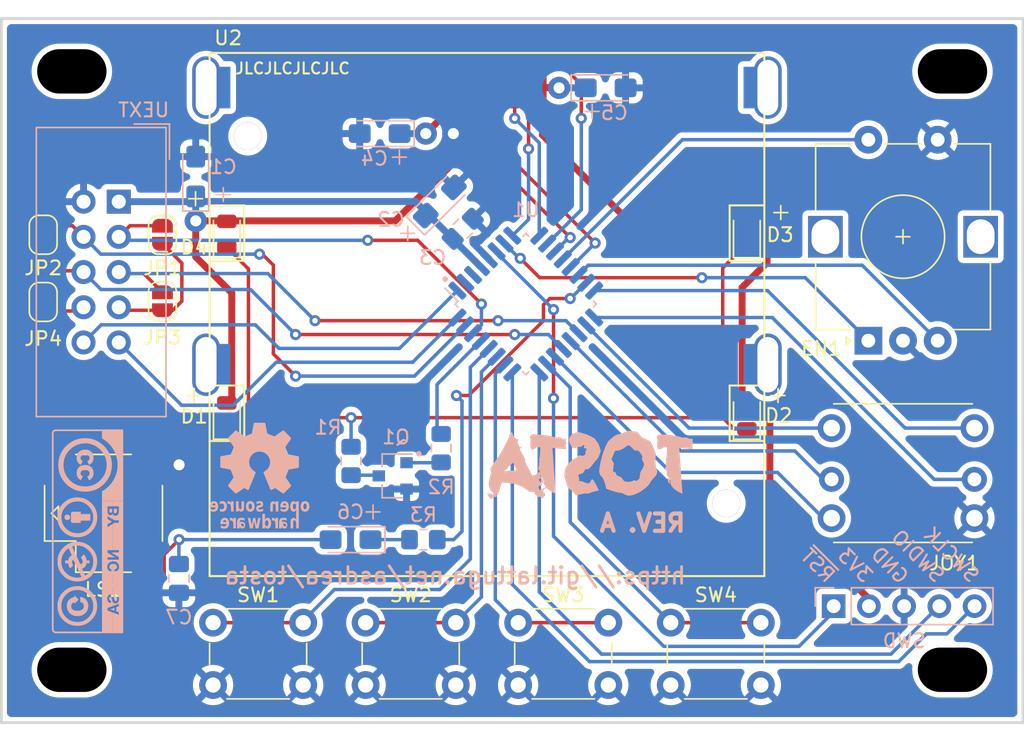
<source format=kicad_pcb>
(kicad_pcb (version 20201116) (generator pcbnew)
  (title_block (title "Tosta") (date "2020-06-03") (rev "A"))
  (layers (0 "F.Cu" signal) (31 "B.Cu" signal) (34 "B.Paste" user) (35 "F.Paste" user) (36 "B.SilkS" user "B.Silkscreen") (37 "F.SilkS" user "F.Silkscreen") (38 "B.Mask" user) (39 "F.Mask" user) (44 "Edge.Cuts" user))
  (net 0 "")
  (net 1 "GND")
  (net 2 "Net-(C6-Pad2)")
  (net 3 "+3V3")
  (net 4 "Net-(D1-Pad1)")
  (net 5 "EN1A")
  (net 6 "EN1B")
  (net 7 "EN1SW")
  (net 8 "Net-(C4-Pad1)")
  (net 9 "~nSSEL2")
  (net 10 "Net-(Q1-Pad1)")
  (net 11 "SW1")
  (net 12 "SW2")
  (net 13 "SW3")
  (net 14 "SW4")
  (net 15 "LCD_~CE")
  (net 16 "LCD_Din")
  (net 17 "LCD_CLK")
  (net 18 "LCD_D~C")
  (net 19 "LCD_~RST")
  (net 20 "Net-(Q1-Pad3)")
  (net 21 "JOY_RX")
  (net 22 "JOY_LX")
  (net 23 "JOY_UP")
  (net 24 "JOY_BT")
  (net 25 "JOY_DN")
  (net 26 "Net-(R2-Pad1)")
  (net 27 "SCK2")
  (net 28 "Net-(R3-Pad1)")
  (net 29 "Net-(J1-Pad8)")
  (net 30 "Net-(J1-Pad7)")
  (net 31 "SDA{slash}MOSI2")
  (net 32 "SCL{slash}MISO2")
  (net 33 "RXD{slash}MOSI2")
  (net 34 "TXD{slash}MISO2")
  (net 35 "SWCLK")
  (net 36 "SWDIO")
  (net 37 "~nRST")
  (net 38 "Net-(C6-Pad1)")
  (footprint "Tosta:LPH7366" (layer "F.Cu") (at 82.473864 49.94)
    (fp_text reference "U2" (at -18.663864 -1.08) (layer "F.SilkS"))
    (fp_text value "LPH7366")
    (pad "" thru_hole oval (at 20.25 22.5) (size 2 4.5) (drill oval 1.5 4) (layers "B.Cu" "B.Mask"))
    (pad "" smd rect (at -19 22.5) (size 1 3) (layers "B.Cu" "B.Mask"))
    (pad "" thru_hole oval (at -20.25 2.5) (size 2 4.5) (drill oval 1.5 4) (layers "B.Cu" "B.Mask"))
    (pad "" thru_hole oval (at 20.25 2.5) (size 2 4.5) (drill oval 1.5 4) (layers "B.Cu" "B.Mask"))
    (pad "" smd rect (at 19 2.5) (size 1 3) (layers "B.Cu" "B.Mask"))
    (pad "" thru_hole circle (at -17.25 6) (size 2 2) (drill 2) (layers *.Cu))
    (pad "" thru_hole oval (at -20.25 22.5) (size 2 4.5) (drill oval 1.5 4) (layers "B.Cu" "B.Mask"))
    (pad "" smd rect (at 19 22.5) (size 1 3) (layers "B.Cu" "B.Mask"))
    (pad "" thru_hole circle (at 17.25 32.5) (size 2 2) (drill 2) (layers *.Cu))
    (pad "" smd rect (at -19 2.5) (size 1 3) (layers "B.Cu" "B.Mask"))
    (pad "1" smd rect (at -4 2.5) (size 0.6 3) (layers "F.Cu" "F.Mask") (net 19 "LCD_~RST"))
    (pad "2" smd rect (at -3 2.5) (size 0.6 3) (layers "F.Cu" "F.Mask") (net 8 "Net-(C4-Pad1)"))
    (pad "3" smd rect (at -2 2.5) (size 0.6 3) (layers "F.Cu" "F.Mask") (net 1 "GND"))
    (pad "4" smd rect (at -1 2.5) (size 0.6 3) (layers "F.Cu" "F.Mask") (net 3 "+3V3"))
    (pad "5" smd rect (at 0 2.5) (size 0.6 3) (layers "F.Cu" "F.Mask") (net 15 "LCD_~CE"))
    (pad "6" smd rect (at 1 2.5) (size 0.6 3) (layers "F.Cu" "F.Mask") (net 18 "LCD_D~C"))
    (pad "7" smd rect (at 2 2.5) (size 0.6 3) (layers "F.Cu" "F.Mask") (net 16 "LCD_Din"))
    (pad "8" smd rect (at 3 2.5) (size 0.6 3) (layers "F.Cu" "F.Mask") (net 17 "LCD_CLK"))
    (pad "9" smd rect (at 4 2.5) (size 0.6 3) (layers "F.Cu" "F.Mask") (net 3 "+3V3"))
  )
  (footprint "LED_SMD:LED_0805_2012Metric" (layer "F.Cu") (at 101.213864 63.0295 90)
    (fp_text reference "D3" (at -0.0305 2.396136 180) (layer "F.SilkS"))
    (fp_text value "LED_ALT")
    (pad "1" smd roundrect (at -0.9375 0 90) (size 0.975 1.4) (layers "F.Cu" "F.Paste" "F.Mask") (net 4 "Net-(D1-Pad1)"))
    (pad "2" smd roundrect (at 0.9375 0 90) (size 0.975 1.4) (layers "F.Cu" "F.Paste" "F.Mask") (net 3 "+3V3"))
  )
  (footprint "LED_SMD:LED_0805_2012Metric" (layer "F.Cu") (at 101.213864 76.1295 90)
    (fp_text reference "D2" (at 0.0195 2.296136 180) (layer "F.SilkS"))
    (fp_text value "LED_ALT")
    (pad "1" smd roundrect (at -0.9375 0 90) (size 0.975 1.4) (layers "F.Cu" "F.Paste" "F.Mask") (net 4 "Net-(D1-Pad1)"))
    (pad "2" smd roundrect (at 0.9375 0 90) (size 0.975 1.4) (layers "F.Cu" "F.Paste" "F.Mask") (net 3 "+3V3"))
  )
  (footprint "LED_SMD:LED_0805_2012Metric" (layer "F.Cu") (at 63.713864 76.1295 90)
    (fp_text reference "D1" (at -0.0305 -2.353864 180) (layer "F.SilkS"))
    (fp_text value "LED_ALT")
    (pad "1" smd roundrect (at -0.9375 0 90) (size 0.975 1.4) (layers "F.Cu" "F.Paste" "F.Mask") (net 4 "Net-(D1-Pad1)"))
    (pad "2" smd roundrect (at 0.9375 0 90) (size 0.975 1.4) (layers "F.Cu" "F.Paste" "F.Mask") (net 3 "+3V3"))
  )
  (footprint "LED_SMD:LED_0805_2012Metric" (layer "F.Cu") (at 63.713864 63.0295 90)
    (fp_text reference "D4" (at -0.9305 -2.353864 180) (layer "F.SilkS"))
    (fp_text value "LED_ALT")
    (pad "1" smd roundrect (at -0.9375 0 90) (size 0.975 1.4) (layers "F.Cu" "F.Paste" "F.Mask") (net 4 "Net-(D1-Pad1)"))
    (pad "2" smd roundrect (at 0.9375 0 90) (size 0.975 1.4) (layers "F.Cu" "F.Paste" "F.Mask") (net 3 "+3V3"))
  )
  (footprint "Button_Switch_THT:SW_PUSH_6mm_H4.3mm" (layer "F.Cu") (at 62.723864 91.05)
    (fp_text reference "SW1" (at 3.25 -2) (layer "F.SilkS"))
    (fp_text value "SW_Push")
    (pad "1" thru_hole circle (at 6.5 0 90) (size 2 2) (drill 1.1) (layers *.Cu *.Mask) (net 11 "SW1"))
    (pad "1" thru_hole circle (at 0 0 90) (size 2 2) (drill 1.1) (layers *.Cu *.Mask) (net 11 "SW1"))
    (pad "2" thru_hole circle (at 6.5 4.5 90) (size 2 2) (drill 1.1) (layers *.Cu *.Mask) (net 1 "GND"))
    (pad "2" thru_hole circle (at 0 4.5 90) (size 2 2) (drill 1.1) (layers *.Cu *.Mask) (net 1 "GND"))
  )
  (footprint "Button_Switch_THT:SW_PUSH_6mm_H4.3mm" (layer "F.Cu") (at 84.723864 91.05)
    (fp_text reference "SW3" (at 3.25 -2) (layer "F.SilkS"))
    (fp_text value "SW_Push")
    (pad "1" thru_hole circle (at 6.5 0 90) (size 2 2) (drill 1.1) (layers *.Cu *.Mask) (net 13 "SW3"))
    (pad "1" thru_hole circle (at 0 0 90) (size 2 2) (drill 1.1) (layers *.Cu *.Mask) (net 13 "SW3"))
    (pad "2" thru_hole circle (at 6.5 4.5 90) (size 2 2) (drill 1.1) (layers *.Cu *.Mask) (net 1 "GND"))
    (pad "2" thru_hole circle (at 0 4.5 90) (size 2 2) (drill 1.1) (layers *.Cu *.Mask) (net 1 "GND"))
  )
  (footprint "Button_Switch_THT:SW_PUSH_6mm_H4.3mm" (layer "F.Cu") (at 95.723864 91.05)
    (fp_text reference "SW4" (at 3.25 -2) (layer "F.SilkS"))
    (fp_text value "SW_Push")
    (pad "1" thru_hole circle (at 6.5 0 90) (size 2 2) (drill 1.1) (layers *.Cu *.Mask) (net 14 "SW4"))
    (pad "1" thru_hole circle (at 0 0 90) (size 2 2) (drill 1.1) (layers *.Cu *.Mask) (net 14 "SW4"))
    (pad "2" thru_hole circle (at 6.5 4.5 90) (size 2 2) (drill 1.1) (layers *.Cu *.Mask) (net 1 "GND"))
    (pad "2" thru_hole circle (at 0 4.5 90) (size 2 2) (drill 1.1) (layers *.Cu *.Mask) (net 1 "GND"))
  )
  (footprint "Button_Switch_THT:SW_PUSH_6mm_H4.3mm" (layer "F.Cu") (at 73.723864 91.05)
    (fp_text reference "SW2" (at 3.25 -2) (layer "F.SilkS"))
    (fp_text value "SW_Push")
    (pad "1" thru_hole circle (at 6.5 0 90) (size 2 2) (drill 1.1) (layers *.Cu *.Mask) (net 12 "SW2"))
    (pad "1" thru_hole circle (at 0 0 90) (size 2 2) (drill 1.1) (layers *.Cu *.Mask) (net 12 "SW2"))
    (pad "2" thru_hole circle (at 6.5 4.5 90) (size 2 2) (drill 1.1) (layers *.Cu *.Mask) (net 1 "GND"))
    (pad "2" thru_hole circle (at 0 4.5 90) (size 2 2) (drill 1.1) (layers *.Cu *.Mask) (net 1 "GND"))
  )
  (footprint "Rotary_Encoder:RotaryEncoder_Alps_EC12E-Switch_Vertical_H20mm" (layer "F.Cu") (at 109.973864 70.702102 90)
    (fp_text reference "EN1" (at -0.57 -3.4 180) (layer "F.SilkS"))
    (fp_text value "Rotary_Encoder_Switch")
    (pad "A" thru_hole rect (at 0 0 90) (size 2 2) (drill 1) (layers *.Cu *.Mask) (net 5 "EN1A"))
    (pad "B" thru_hole circle (at 0 5 90) (size 2 2) (drill 1) (layers *.Cu *.Mask) (net 6 "EN1B"))
    (pad "C" thru_hole circle (at 0 2.5 90) (size 2 2) (drill 1) (layers *.Cu *.Mask) (net 1 "GND"))
    (pad "MP" thru_hole rect (at 7.5 -3.1 90) (size 3 2.5) (drill oval 2.5 2) (layers *.Cu *.Mask))
    (pad "MP" thru_hole rect (at 7.5 8.1 90) (size 3 2.5) (drill oval 2.5 2) (layers *.Cu *.Mask))
    (pad "S1" thru_hole circle (at 14.5 0 90) (size 2 2) (drill 1) (layers *.Cu *.Mask) (net 7 "EN1SW"))
    (pad "S2" thru_hole circle (at 14.5 5 90) (size 2 2) (drill 1) (layers *.Cu *.Mask) (net 1 "GND"))
  )
  (footprint "Tosta:KY_BUZ" (layer "F.Cu") (at 54.823864 83.16)
    (fp_text reference "LS1" (at 0 5.5 unlocked) (layer "F.SilkS"))
    (fp_text value "16ohm" hide)
    (pad "" smd rect (at -3.5 3.5) (size 2 2) (layers "F.Cu" "F.Mask"))
    (pad "" smd rect (at -3.5 -3.5) (size 2 2) (layers "F.Cu" "F.Mask"))
    (pad "1" smd rect (at 3.5 3.5) (size 2 2) (layers "F.Cu" "F.Mask") (net 2 "Net-(C6-Pad2)"))
    (pad "2" smd rect (at 3.5 -3.5) (size 2 2) (layers "F.Cu" "F.Mask") (net 1 "GND"))
  )
  (footprint "Tosta:M3_ISO7380" (layer "F.Cu") (at 116.04 94.45 90)
    (fp_text reference "H3" hide)
    (fp_text value "MountingHole")
    (pad "" np_thru_hole oval (at 0 0 90) (size 3.2 5) (drill oval 3.2 5) (layers *.Mask))
  )
  (footprint "Jumper:SolderJumper-2_P1.3mm_Open_RoundedPad1.0x1.5mm" (layer "F.Cu") (at 59.073864 63.06 90)
    (fp_text reference "JP1" (at -2.4 -0.01 180) (layer "F.SilkS"))
    (fp_text value "SolderJumper_2_Open")
    (pad "1" smd custom (at -0.65 0 90) (size 1 0.5) (layers "F.Cu" "F.Mask") (net 30 "Net-(J1-Pad7)") (options (clearance outline) (anchor rect)) (primitives (gr_circle (center 0 0.25) (end 0.5 0.25) (width 0) (fill yes)) (gr_circle (center 0 -0.25) (end 0.5 -0.25) (width 0) (fill yes)) (gr_poly (pts (xy 0 -0.75) (xy 0.5 -0.75) (xy 0.5 0.75) (xy 0 0.75)) (width 0) (fill yes))))
    (pad "2" smd custom (at 0.65 0 90) (size 1 0.5) (layers "F.Cu" "F.Mask") (net 34 "TXD{slash}MISO2") (options (clearance outline) (anchor rect)) (primitives (gr_circle (center 0 0.25) (end 0.5 0.25) (width 0) (fill yes)) (gr_circle (center 0 -0.25) (end 0.5 -0.25) (width 0) (fill yes)) (gr_poly (pts (xy 0 -0.75) (xy -0.5 -0.75) (xy -0.5 0.75) (xy 0 0.75)) (width 0) (fill yes))))
  )
  (footprint "Tosta:SKQUCAA010" (layer "F.Cu") (at 112.473864 80.26)
    (fp_text reference "JOY1" (at 3.7 6.5 unlocked) (layer "F.SilkS"))
    (fp_text value "SKQUCAA010" hide)
    (pad "A" thru_hole circle (at -5.15 -3.25) (size 2 2) (drill 1.2) (layers *.Cu *.Mask) (net 23 "JOY_UP"))
    (pad "B" thru_hole circle (at -5.15 0.45) (size 1.8 1.8) (drill 1) (layers *.Cu *.Mask) (net 22 "JOY_LX"))
    (pad "BT" thru_hole circle (at 5.15 -3.25) (size 2 2) (drill 1.2) (layers *.Cu *.Mask) (net 24 "JOY_BT"))
    (pad "C" thru_hole circle (at -5.15 3.25) (size 2 2) (drill 1.2) (layers *.Cu *.Mask) (net 25 "JOY_DN"))
    (pad "D" thru_hole circle (at 5.15 0.45) (size 1.8 1.8) (drill 1) (layers *.Cu *.Mask) (net 21 "JOY_RX"))
    (pad "K" thru_hole circle (at 5.15 3.25) (size 2 2) (drill 1.2) (layers *.Cu *.Mask) (net 1 "GND"))
  )
  (footprint "Jumper:SolderJumper-2_P1.3mm_Open_RoundedPad1.0x1.5mm" (layer "F.Cu") (at 59.073864 67.86 90)
    (fp_text reference "JP3" (at -2.6 0) (layer "F.SilkS"))
    (fp_text value "SolderJumper_2_Open")
    (pad "1" smd custom (at -0.65 0 90) (size 1 0.5) (layers "F.Cu" "F.Mask") (net 30 "Net-(J1-Pad7)") (options (clearance outline) (anchor rect)) (primitives (gr_circle (center 0 0.25) (end 0.5 0.25) (width 0) (fill yes)) (gr_circle (center 0 -0.25) (end 0.5 -0.25) (width 0) (fill yes)) (gr_poly (pts (xy 0 -0.75) (xy 0.5 -0.75) (xy 0.5 0.75) (xy 0 0.75)) (width 0) (fill yes))))
    (pad "2" smd custom (at 0.65 0 90) (size 1 0.5) (layers "F.Cu" "F.Mask") (net 32 "SCL{slash}MISO2") (options (clearance outline) (anchor rect)) (primitives (gr_circle (center 0 0.25) (end 0.5 0.25) (width 0) (fill yes)) (gr_circle (center 0 -0.25) (end 0.5 -0.25) (width 0) (fill yes)) (gr_poly (pts (xy 0 -0.75) (xy -0.5 -0.75) (xy -0.5 0.75) (xy 0 0.75)) (width 0) (fill yes))))
  )
  (footprint "Tosta:M3_ISO7380" (layer "F.Cu") (at 116.04 51.27 90)
    (fp_text reference "H2" hide)
    (fp_text value "MountingHole")
    (pad "" np_thru_hole oval (at 0 0 90) (size 3.2 5) (drill oval 3.2 5) (layers *.Mask))
  )
  (footprint "Jumper:SolderJumper-2_P1.3mm_Open_RoundedPad1.0x1.5mm" (layer "F.Cu") (at 50.473864 63.06 90)
    (fp_text reference "JP2" (at -2.4 0 180) (layer "F.SilkS"))
    (fp_text value "SolderJumper_2_Open")
    (pad "1" smd custom (at -0.65 0 90) (size 1 0.5) (layers "F.Cu" "F.Mask") (net 29 "Net-(J1-Pad8)") (options (clearance outline) (anchor rect)) (primitives (gr_circle (center 0 0.25) (end 0.5 0.25) (width 0) (fill yes)) (gr_circle (center 0 -0.25) (end 0.5 -0.25) (width 0) (fill yes)) (gr_poly (pts (xy 0 -0.75) (xy 0.5 -0.75) (xy 0.5 0.75) (xy 0 0.75)) (width 0) (fill yes))))
    (pad "2" smd custom (at 0.65 0 90) (size 1 0.5) (layers "F.Cu" "F.Mask") (net 33 "RXD{slash}MOSI2") (options (clearance outline) (anchor rect)) (primitives (gr_circle (center 0 0.25) (end 0.5 0.25) (width 0) (fill yes)) (gr_circle (center 0 -0.25) (end 0.5 -0.25) (width 0) (fill yes)) (gr_poly (pts (xy 0 -0.75) (xy -0.5 -0.75) (xy -0.5 0.75) (xy 0 0.75)) (width 0) (fill yes))))
  )
  (footprint "Tosta:M3_ISO7380" (layer "F.Cu") (at 52.54 51.27 -90)
    (fp_text reference "H4" hide)
    (fp_text value "MountingHole")
    (pad "" np_thru_hole oval (at 0 0 270) (size 3.2 5) (drill oval 3.2 5) (layers *.Mask))
  )
  (footprint "Jumper:SolderJumper-2_P1.3mm_Open_RoundedPad1.0x1.5mm" (layer "F.Cu") (at 50.473864 67.91 90)
    (fp_text reference "JP4" (at -2.65 0) (layer "F.SilkS"))
    (fp_text value "SolderJumper_2_Open")
    (pad "1" smd custom (at -0.65 0 90) (size 1 0.5) (layers "F.Cu" "F.Mask") (net 29 "Net-(J1-Pad8)") (options (clearance outline) (anchor rect)) (primitives (gr_circle (center 0 0.25) (end 0.5 0.25) (width 0) (fill yes)) (gr_circle (center 0 -0.25) (end 0.5 -0.25) (width 0) (fill yes)) (gr_poly (pts (xy 0 -0.75) (xy 0.5 -0.75) (xy 0.5 0.75) (xy 0 0.75)) (width 0) (fill yes))))
    (pad "2" smd custom (at 0.65 0 90) (size 1 0.5) (layers "F.Cu" "F.Mask") (net 31 "SDA{slash}MOSI2") (options (clearance outline) (anchor rect)) (primitives (gr_circle (center 0 0.25) (end 0.5 0.25) (width 0) (fill yes)) (gr_circle (center 0 -0.25) (end 0.5 -0.25) (width 0) (fill yes)) (gr_poly (pts (xy 0 -0.75) (xy -0.5 -0.75) (xy -0.5 0.75) (xy 0 0.75)) (width 0) (fill yes))))
  )
  (footprint "Tosta:M3_ISO7380" (layer "F.Cu") (at 52.54 94.45 90)
    (fp_text reference "H1" hide)
    (fp_text value "MountingHole")
    (pad "" np_thru_hole oval (at 0 0 90) (size 3.2 5) (drill oval 3.2 5) (layers *.Mask))
  )
  (footprint "Package_QFP:LQFP-32_7x7mm_P0.8mm" (layer "B.Cu") (at 85.273864 68.06 -45)
    (fp_text reference "U1" (at -4.808326 -4.808326 180) (layer "B.SilkS") (effects (justify mirror)))
    (fp_text value "STM32G030KxT")
    (pad "1" smd roundrect (at -4.175 2.8 315) (size 1.5 0.5) (layers "B.Cu" "B.Paste" "B.Mask") (net 9 "~nSSEL2"))
    (pad "2" smd roundrect (at -4.175 2 315) (size 1.5 0.5) (layers "B.Cu" "B.Paste" "B.Mask"))
    (pad "3" smd roundrect (at -4.175 1.2 315) (size 1.5 0.5) (layers "B.Cu" "B.Paste" "B.Mask"))
    (pad "4" smd roundrect (at -4.175 0.4 315) (size 1.5 0.5) (layers "B.Cu" "B.Paste" "B.Mask") (net 3 "+3V3"))
    (pad "5" smd roundrect (at -4.175 -0.4 315) (size 1.5 0.5) (layers "B.Cu" "B.Paste" "B.Mask") (net 1 "GND"))
    (pad "6" smd roundrect (at -4.175 -1.2 315) (size 1.5 0.5) (layers "B.Cu" "B.Paste" "B.Mask") (net 37 "~nRST"))
    (pad "7" smd roundrect (at -4.175 -2 315) (size 1.5 0.5) (layers "B.Cu" "B.Paste" "B.Mask") (net 5 "EN1A"))
    (pad "8" smd roundrect (at -4.175 -2.8 315) (size 1.5 0.5) (layers "B.Cu" "B.Paste" "B.Mask") (net 17 "LCD_CLK"))
    (pad "9" smd roundrect (at -2.8 -4.175 315) (size 0.5 1.5) (layers "B.Cu" "B.Paste" "B.Mask") (net 16 "LCD_Din"))
    (pad "10" smd roundrect (at -2 -4.175 315) (size 0.5 1.5) (layers "B.Cu" "B.Paste" "B.Mask") (net 19 "LCD_~RST"))
    (pad "11" smd roundrect (at -1.2 -4.175 315) (size 0.5 1.5) (layers "B.Cu" "B.Paste" "B.Mask") (net 15 "LCD_~CE"))
    (pad "12" smd roundrect (at -0.4 -4.175 315) (size 0.5 1.5) (layers "B.Cu" "B.Paste" "B.Mask") (net 7 "EN1SW"))
    (pad "13" smd roundrect (at 0.4 -4.175 315) (size 0.5 1.5) (layers "B.Cu" "B.Paste" "B.Mask") (net 18 "LCD_D~C"))
    (pad "14" smd roundrect (at 1.2 -4.175 315) (size 0.5 1.5) (layers "B.Cu" "B.Paste" "B.Mask") (net 6 "EN1B"))
    (pad "15" smd roundrect (at 2 -4.175 315) (size 0.5 1.5) (layers "B.Cu" "B.Paste" "B.Mask") (net 28 "Net-(R3-Pad1)"))
    (pad "16" smd roundrect (at 2.8 -4.175 315) (size 0.5 1.5) (layers "B.Cu" "B.Paste" "B.Mask") (net 24 "JOY_BT"))
    (pad "17" smd roundrect (at 4.175 -2.8 315) (size 1.5 0.5) (layers "B.Cu" "B.Paste" "B.Mask") (net 21 "JOY_RX"))
    (pad "18" smd roundrect (at 4.175 -2 315) (size 1.5 0.5) (layers "B.Cu" "B.Paste" "B.Mask") (net 23 "JOY_UP"))
    (pad "19" smd roundrect (at 4.175 -1.2 315) (size 1.5 0.5) (layers "B.Cu" "B.Paste" "B.Mask") (net 32 "SCL{slash}MISO2"))
    (pad "20" smd roundrect (at 4.175 -0.4 315) (size 1.5 0.5) (layers "B.Cu" "B.Paste" "B.Mask") (net 22 "JOY_LX"))
    (pad "21" smd roundrect (at 4.175 0.4 315) (size 1.5 0.5) (layers "B.Cu" "B.Paste" "B.Mask") (net 31 "SDA{slash}MOSI2"))
    (pad "22" smd roundrect (at 4.175 1.2 315) (size 1.5 0.5) (layers "B.Cu" "B.Paste" "B.Mask") (net 25 "JOY_DN"))
    (pad "23" smd roundrect (at 4.175 2 315) (size 1.5 0.5) (layers "B.Cu" "B.Paste" "B.Mask") (net 14 "SW4"))
    (pad "24" smd roundrect (at 4.175 2.8 315) (size 1.5 0.5) (layers "B.Cu" "B.Paste" "B.Mask") (net 36 "SWDIO"))
    (pad "25" smd roundrect (at 2.8 4.175 315) (size 0.5 1.5) (layers "B.Cu" "B.Paste" "B.Mask") (net 35 "SWCLK"))
    (pad "26" smd roundrect (at 2 4.175 315) (size 0.5 1.5) (layers "B.Cu" "B.Paste" "B.Mask") (net 13 "SW3"))
    (pad "27" smd roundrect (at 1.2 4.175 315) (size 0.5 1.5) (layers "B.Cu" "B.Paste" "B.Mask") (net 12 "SW2"))
    (pad "28" smd roundrect (at 0.4 4.175 315) (size 0.5 1.5) (layers "B.Cu" "B.Paste" "B.Mask") (net 11 "SW1"))
    (pad "29" smd roundrect (at -0.4 4.175 315) (size 0.5 1.5) (layers "B.Cu" "B.Paste" "B.Mask") (net 26 "Net-(R2-Pad1)"))
    (pad "30" smd roundrect (at -1.2 4.175 315) (size 0.5 1.5) (layers "B.Cu" "B.Paste" "B.Mask") (net 34 "TXD{slash}MISO2"))
    (pad "31" smd roundrect (at -2 4.175 315) (size 0.5 1.5) (layers "B.Cu" "B.Paste" "B.Mask") (net 33 "RXD{slash}MOSI2"))
    (pad "32" smd roundrect (at -2.8 4.175 315) (size 0.5 1.5) (layers "B.Cu" "B.Paste" "B.Mask") (net 27 "SCK2"))
  )
  (footprint "Package_TO_SOT_SMD:SOT-23" (layer "B.Cu") (at 75.673864 80.46 180)
    (fp_text reference "Q1" (at -0.237261 2.8) (layer "B.SilkS") (effects (justify mirror)))
    (fp_text value "MMBT3904")
    (pad "1" smd rect (at -1 0.95 180) (size 0.9 0.8) (layers "B.Cu" "B.Paste" "B.Mask") (net 10 "Net-(Q1-Pad1)"))
    (pad "2" smd rect (at -1 -0.95 180) (size 0.9 0.8) (layers "B.Cu" "B.Paste" "B.Mask") (net 1 "GND"))
    (pad "3" smd rect (at 1 0 180) (size 0.9 0.8) (layers "B.Cu" "B.Paste" "B.Mask") (net 20 "Net-(Q1-Pad3)"))
  )
  (footprint "Capacitor_Tantalum_SMD:CP_EIA-3216-12_Kemet-S_Pad1.58x1.35mm_HandSolder" (layer "B.Cu") (at 61.473864 58.86 90)
    (fp_text reference "C1" (at 0.7 1.986136 180) (layer "B.SilkS") (effects (justify mirror)))
    (fp_text value "4.7u")
    (pad "1" smd roundrect (at -1.4375 0 90) (size 1.575 1.35) (layers "B.Cu" "B.Paste" "B.Mask") (roundrect_rratio 0.1851851851851852) (net 3 "+3V3"))
    (pad "2" smd roundrect (at 1.4375 0 90) (size 1.575 1.35) (layers "B.Cu" "B.Paste" "B.Mask") (roundrect_rratio 0.1851851851851852) (net 1 "GND"))
  )
  (footprint "Capacitor_Tantalum_SMD:CP_EIA-3216-12_Kemet-S_Pad1.58x1.35mm_HandSolder" (layer "B.Cu") (at 74.737234 55.76 180)
    (fp_text reference "C4" (at 0.377234 -1.8 180) (layer "B.SilkS") (effects (justify mirror)))
    (fp_text value "4.7u")
    (pad "1" smd roundrect (at -1.4375 0 180) (size 1.575 1.35) (layers "B.Cu" "B.Paste" "B.Mask") (roundrect_rratio 0.1851851851851852) (net 8 "Net-(C4-Pad1)"))
    (pad "2" smd roundrect (at 1.4375 0 180) (size 1.575 1.35) (layers "B.Cu" "B.Paste" "B.Mask") (roundrect_rratio 0.1851851851851852) (net 1 "GND"))
  )
  (footprint "Resistor_SMD:R_0805_2012Metric_Pad1.15x1.40mm_HandSolder" (layer "B.Cu") (at 79.169952 78.46 -90)
    (fp_text reference "R2" (at 2.8 0 180) (layer "B.SilkS") (effects (justify mirror)))
    (fp_text value "4K7")
    (pad "1" smd roundrect (at -1.025 0 270) (size 1.15 1.4) (layers "B.Cu" "B.Paste" "B.Mask") (roundrect_rratio 0.2173913043478261) (net 26 "Net-(R2-Pad1)"))
    (pad "2" smd roundrect (at 1.025 0 270) (size 1.15 1.4) (layers "B.Cu" "B.Paste" "B.Mask") (roundrect_rratio 0.2173913043478261) (net 10 "Net-(Q1-Pad1)"))
  )
  (footprint "Connector_IDC:IDC-Header_2x05_P2.54mm_Vertical" (layer "B.Cu") (at 55.924864 60.6725 180)
    (fp_text reference "UEXT" (at -3.735136 6.6125) (layer "B.SilkS") (effects (justify left mirror)))
    (fp_text value "UEXT")
    (pad "1" thru_hole rect (at 0 0 180) (size 1.7272 1.7272) (drill 1.016) (layers *.Cu *.Mask) (net 3 "+3V3"))
    (pad "2" thru_hole oval (at 2.54 0 180) (size 1.7272 1.7272) (drill 1.016) (layers *.Cu *.Mask) (net 1 "GND"))
    (pad "3" thru_hole oval (at 0 -2.54 180) (size 1.7272 1.7272) (drill 1.016) (layers *.Cu *.Mask) (net 34 "TXD{slash}MISO2"))
    (pad "4" thru_hole oval (at 2.54 -2.54 180) (size 1.7272 1.7272) (drill 1.016) (layers *.Cu *.Mask) (net 33 "RXD{slash}MOSI2"))
    (pad "5" thru_hole oval (at 0 -5.08 180) (size 1.7272 1.7272) (drill 1.016) (layers *.Cu *.Mask) (net 32 "SCL{slash}MISO2"))
    (pad "6" thru_hole oval (at 2.54 -5.08 180) (size 1.7272 1.7272) (drill 1.016) (layers *.Cu *.Mask) (net 31 "SDA{slash}MOSI2"))
    (pad "7" thru_hole oval (at 0 -7.62 180) (size 1.7272 1.7272) (drill 1.016) (layers *.Cu *.Mask) (net 30 "Net-(J1-Pad7)"))
    (pad "8" thru_hole oval (at 2.54 -7.62 180) (size 1.7272 1.7272) (drill 1.016) (layers *.Cu *.Mask) (net 29 "Net-(J1-Pad8)"))
    (pad "9" thru_hole oval (at 0 -10.16 180) (size 1.7272 1.7272) (drill 1.016) (layers *.Cu *.Mask) (net 27 "SCK2"))
    (pad "10" thru_hole oval (at 2.54 -10.16 180) (size 1.7272 1.7272) (drill 1.016) (layers *.Cu *.Mask) (net 9 "~nSSEL2"))
  )
  (footprint "Resistor_SMD:R_0805_2012Metric_Pad1.15x1.40mm_HandSolder" (layer "B.Cu") (at 72.673864 79.385 -90)
    (fp_text reference "R1" (at -2.425 1.663864 180) (layer "B.SilkS") (effects (justify mirror)))
    (fp_text value "22")
    (pad "1" smd roundrect (at -1.025 0 270) (size 1.15 1.4) (layers "B.Cu" "B.Paste" "B.Mask") (roundrect_rratio 0.2173913043478261) (net 4 "Net-(D1-Pad1)"))
    (pad "2" smd roundrect (at 1.025 0 270) (size 1.15 1.4) (layers "B.Cu" "B.Paste" "B.Mask") (roundrect_rratio 0.2173913043478261) (net 20 "Net-(Q1-Pad3)"))
  )
  (footprint "Capacitor_Tantalum_SMD:CP_EIA-3216-12_Kemet-S_Pad1.58x1.35mm_HandSolder" (layer "B.Cu") (at 72.636364 85.06 180)
    (fp_text reference "C6" (at 0 2 180) (layer "B.SilkS") (effects (justify mirror)))
    (fp_text value "4.7u")
    (pad "1" smd roundrect (at -1.4375 0 180) (size 1.575 1.35) (layers "B.Cu" "B.Paste" "B.Mask") (roundrect_rratio 0.1851851851851852) (net 38 "Net-(C6-Pad1)"))
    (pad "2" smd roundrect (at 1.4375 0 180) (size 1.575 1.35) (layers "B.Cu" "B.Paste" "B.Mask") (roundrect_rratio 0.1851851851851852) (net 2 "Net-(C6-Pad2)"))
  )
  (footprint "Tosta:cc_byncsa" (layer "B.Cu") (at 53.673864 84.46 -90)
    (fp_text reference "CC_BYNCSA" hide)
    (fp_text value "G***" hide)
  )
  (footprint "Capacitor_Tantalum_SMD:CP_EIA-3216-12_Kemet-S_Pad1.58x1.35mm_HandSolder" (layer "B.Cu") (at 91.031683 52.46)
    (fp_text reference "C5" (at 0.628317 1.8) (layer "B.SilkS") (effects (justify mirror)))
    (fp_text value "4.7u")
    (pad "1" smd roundrect (at -1.4375 0) (size 1.575 1.35) (layers "B.Cu" "B.Paste" "B.Mask") (roundrect_rratio 0.1851851851851852) (net 3 "+3V3"))
    (pad "2" smd roundrect (at 1.4375 0) (size 1.575 1.35) (layers "B.Cu" "B.Paste" "B.Mask") (roundrect_rratio 0.1851851851851852) (net 1 "GND"))
  )
  (footprint "Connector_PinHeader_2.54mm:PinHeader_1x05_P2.54mm_Vertical" (layer "B.Cu") (at 107.473864 89.86 -90)
    (fp_text reference "J2" hide)
    (fp_text value "SWD")
    (pad "1" thru_hole rect (at 0 0 270) (size 1.7 1.7) (drill 1) (layers *.Cu *.Mask) (net 37 "~nRST"))
    (pad "2" thru_hole oval (at 0 -2.54 270) (size 1.7 1.7) (drill 1) (layers *.Cu *.Mask) (net 3 "+3V3"))
    (pad "3" thru_hole oval (at 0 -5.08 270) (size 1.7 1.7) (drill 1) (layers *.Cu *.Mask) (net 1 "GND"))
    (pad "4" thru_hole oval (at 0 -7.62 270) (size 1.7 1.7) (drill 1) (layers *.Cu *.Mask) (net 36 "SWDIO"))
    (pad "5" thru_hole oval (at 0 -10.16 270) (size 1.7 1.7) (drill 1) (layers *.Cu *.Mask) (net 35 "SWCLK"))
  )
  (footprint "Capacitor_SMD:C_0805_2012Metric_Pad1.15x1.40mm_HandSolder" (layer "B.Cu") (at 80.729776 62.630393 45)
    (fp_text reference "C3" (at -3.004768 -0.063759 unlocked) (layer "B.SilkS") (effects (justify mirror)))
    (fp_text value "68n")
    (pad "1" smd roundrect (at -1.025 0 45) (size 1.15 1.4) (layers "B.Cu" "B.Paste" "B.Mask") (roundrect_rratio 0.2173913043478261) (net 3 "+3V3"))
    (pad "2" smd roundrect (at 1.025 0 45) (size 1.15 1.4) (layers "B.Cu" "B.Paste" "B.Mask") (roundrect_rratio 0.2173913043478261) (net 1 "GND"))
  )
  (footprint "Resistor_SMD:R_0805_2012Metric_Pad1.20x1.40mm_HandSolder" (layer "B.Cu") (at 77.890137 85.06 180)
    (fp_text reference "R3" (at 0 1.8) (layer "B.SilkS") (effects (justify mirror)))
    (fp_text value "220")
    (pad "1" smd roundrect (at -1 0 180) (size 1.2 1.4) (layers "B.Cu" "B.Paste" "B.Mask") (roundrect_rratio 0.2083333333333333) (net 28 "Net-(R3-Pad1)"))
    (pad "2" smd roundrect (at 1 0 180) (size 1.2 1.4) (layers "B.Cu" "B.Paste" "B.Mask") (roundrect_rratio 0.2083333333333333) (net 38 "Net-(C6-Pad1)"))
  )
  (footprint "Tosta:logo" (layer "B.Cu") (at 89.923864 79.66 180)
    (fp_text reference "svg2mod" hide)
    (fp_text value "G***" hide)
  )
  (footprint "Capacitor_Tantalum_SMD:CP_EIA-3216-12_Kemet-S_Pad1.58x1.35mm_HandSolder" (layer "B.Cu") (at 79.073864 60.66 45)
    (fp_text reference "C2" (at -3.403916 -1.565438 unlocked) (layer "B.SilkS") (effects (justify mirror)))
    (fp_text value "4.7u")
    (pad "1" smd roundrect (at -1.4375 0 45) (size 1.575 1.35) (layers "B.Cu" "B.Paste" "B.Mask") (roundrect_rratio 0.1851851851851852) (net 3 "+3V3"))
    (pad "2" smd roundrect (at 1.4375 0 45) (size 1.575 1.35) (layers "B.Cu" "B.Paste" "B.Mask") (roundrect_rratio 0.1851851851851852) (net 1 "GND"))
  )
  (footprint "Capacitor_SMD:C_0805_2012Metric_Pad1.18x1.45mm_HandSolder" (layer "B.Cu") (at 60.26 87.8575 -90)
    (fp_text reference "C7" (at 2.8025 0 180) (layer "B.SilkS") (effects (justify mirror)))
    (fp_text value "68n")
    (pad "1" smd roundrect (at -1.0375 0 270) (size 1.175 1.45) (layers "B.Cu" "B.Paste" "B.Mask") (roundrect_rratio 0.2127659574468085) (net 2 "Net-(C6-Pad2)"))
    (pad "2" smd roundrect (at 1.0375 0 270) (size 1.175 1.45) (layers "B.Cu" "B.Paste" "B.Mask") (roundrect_rratio 0.2127659574468085) (net 1 "GND"))
  )
  (footprint "Tosta:oshw" (layer "B.Cu") (at 66.073864 80.46 180)
    (fp_text reference "OSHW" hide)
    (fp_text value "G***" hide)
  )
  (gr_line (start 62.96 60.16) (end 63.96 60.16) (layer "B.SilkS") (width 0.12))
  (gr_line (start 63.46 59.66) (end 63.46 60.66) (layer "B.SilkS") (width 0.12))
  (gr_line (start 90.06 53.66) (end 90.06 54.66) (layer "B.SilkS") (width 0.12))
  (gr_circle (center 79.46 66.26) (end 79.56 66.26) (layer "B.SilkS") (width 0.2) (fill none))
  (gr_line (start 75.66 57.46) (end 76.66 57.46) (layer "B.SilkS") (width 0.12))
  (gr_line (start 73.76 83.06) (end 74.76 83.06) (layer "B.SilkS") (width 0.12))
  (gr_circle (center 77.56 78.86) (end 77.66 78.86) (layer "B.SilkS") (width 0.2) (fill none))
  (gr_line (start 74.26 82.56) (end 74.26 83.56) (layer "B.SilkS") (width 0.12))
  (gr_line (start 76.16 56.96) (end 76.16 57.96) (layer "B.SilkS") (width 0.12))
  (gr_line (start 76.26 62.96) (end 77.26 62.96) (layer "B.SilkS") (width 0.12))
  (gr_line (start 76.76 62.46) (end 76.76 63.46) (layer "B.SilkS") (width 0.12))
  (gr_line (start 89.56 54.16) (end 90.56 54.16) (layer "B.SilkS") (width 0.12))
  (gr_line (start 103.16 61.46) (end 104.16 61.46) (layer "F.SilkS") (width 0.12))
  (gr_line (start 61.36 74.16) (end 61.36 75.16) (layer "F.SilkS") (width 0.12))
  (gr_line (start 102.96 74.66) (end 103.96 74.66) (layer "F.SilkS") (width 0.12))
  (gr_line (start 103.46 74.16) (end 103.46 75.16) (layer "F.SilkS") (width 0.12))
  (gr_line (start 103.66 60.96) (end 103.66 61.96) (layer "F.SilkS") (width 0.12))
  (gr_line (start 60.86 74.66) (end 61.86 74.66) (layer "F.SilkS") (width 0.12))
  (gr_line (start 60.96 60.46) (end 61.96 60.46) (layer "F.SilkS") (width 0.12))
  (gr_line (start 61.46 59.96) (end 61.46 60.96) (layer "F.SilkS") (width 0.12))
  (gr_line (start 47.46 47.46) (end 121.12 47.46) (layer "Edge.Cuts") (width 0.2))
  (gr_line (start 121.12 98.26) (end 47.46 98.26) (layer "Edge.Cuts") (width 0.2))
  (gr_line (start 47.46 98.26) (end 47.46 47.46) (layer "Edge.Cuts") (width 0.2))
  (gr_line (start 121.12 47.46) (end 121.12 98.26) (layer "Edge.Cuts") (width 0.2))
  (gr_text "3V3" (at 110.06 87.96 -45) (layer "B.SilkS") (effects (font (size 1 1)) (justify left mirror)))
  (gr_text "~RST" (at 107.36 87.96 -45) (layer "B.SilkS") (effects (font (size 1 1)) (justify left mirror)))
  (gr_text "https://git.lattuga.net/asdrea/tosta" (at 96.923864 87.66) (layer "B.SilkS") (effects (font (size 1.2 1.2) (thickness 0.2)) (justify left mirror)))
  (gr_text "GND" (at 112.66 88.06 -45) (layer "B.SilkS") (effects (font (size 1 1)) (justify left mirror)))
  (gr_text "SWDIO" (at 115.26 87.96 -45) (layer "B.SilkS") (effects (font (size 1 1)) (justify left mirror)))
  (gr_text "SWCLK" (at 117.76 87.96 -45) (layer "B.SilkS") (effects (font (size 1 1)) (justify left mirror)))
  (gr_text "REV. A" (at 96.923864 83.86) (layer "B.SilkS") (effects (font (size 1.25 1.25) (thickness 0.3)) (justify left mirror)))
  (gr_text "SWD" (at 112.56 92.36) (layer "B.SilkS") (effects (font (size 1 1)) (justify mirror)))
  (gr_text "JLCJLCJLCJLC" (at 68.46 51.06) (layer "F.SilkS") (effects (font (size 0.8 0.8))))
  (segment (start 58.323864 79.66) (end 60.273864 79.66) (width 0.5) (layer "F.Cu") (net 1))
  (segment (start 80.473864 52.44) (end 80.473864 55.336136) (width 0.5) (layer "F.Cu") (net 1))
  (segment (start 80.473864 55.336136) (end 80.05 55.76) (width 0.5) (layer "F.Cu") (net 1))
  (via (at 80.05 55.76) (size 1.6) (drill 0.8) (layers "F.Cu" "B.Cu") (net 1))
  (via (at 60.273864 79.66) (size 1.6) (drill 0.8) (layers "F.Cu" "B.Cu") (net 1))
  (segment (start 82.604536 64.824986) (end 82.604536 64.790672) (width 0.5) (layer "B.Cu") (net 1))
  (segment (start 82.604536 64.790672) (end 81.473864 63.66) (width 0.5) (layer "B.Cu") (net 1))
  (segment (start 60.273864 85.06) (end 58.673864 86.66) (width 0.25) (layer "F.Cu") (net 2))
  (via (at 60.273864 85.06) (size 0.8) (drill 0.4) (layers "F.Cu" "B.Cu") (net 2))
  (segment (start 71.198864 85.06) (end 60.208528 85.06) (width 0.25) (layer "B.Cu") (net 2))
  (segment (start 60.26 85.073864) (end 60.273864 85.06) (width 0.25) (layer "B.Cu") (net 2))
  (segment (start 60.26 86.82) (end 60.26 85.073864) (width 0.25) (layer "B.Cu") (net 2))
  (segment (start 81.473864 52.44) (end 81.473864 56.446136) (width 0.5) (layer "F.Cu") (net 3))
  (segment (start 102.673864 65.06) (end 102.673864 63.06) (width 0.5) (layer "F.Cu") (net 3))
  (segment (start 64.073864 67.26) (end 61.473864 64.66) (width 0.5) (layer "F.Cu") (net 3))
  (segment (start 102.873864 76.06) (end 102.005864 75.192) (width 0.5) (layer "F.Cu") (net 3))
  (segment (start 92.705864 62.092) (end 101.213864 62.092) (width 0.5) (layer "F.Cu") (net 3))
  (segment (start 110.013864 89.33) (end 102.873864 82.19) (width 0.5) (layer "F.Cu") (net 3))
  (segment (start 100.873864 66.86) (end 102.673864 65.06) (width 0.5) (layer "F.Cu") (net 3))
  (segment (start 87.653864 52.44) (end 87.673864 52.46) (width 0.5) (layer "F.Cu") (net 3))
  (segment (start 86.073864 50.26) (end 86.473864 50.66) (width 0.5) (layer "F.Cu") (net 3))
  (segment (start 61.473864 64.66) (end 61.473864 62.06) (width 0.5) (layer "F.Cu") (net 3))
  (segment (start 75.86 62.06) (end 61.473864 62.06) (width 0.5) (layer "F.Cu") (net 3))
  (segment (start 102.005864 75.192) (end 101.213864 75.192) (width 0.5) (layer "F.Cu") (net 3))
  (segment (start 100.873864 74.852) (end 100.873864 66.86) (width 0.5) (layer "F.Cu") (net 3))
  (segment (start 63.713864 75.192) (end 64.073864 74.832) (width 0.5) (layer "F.Cu") (net 3))
  (segment (start 64.073864 74.832) (end 64.073864 67.26) (width 0.5) (layer "F.Cu") (net 3))
  (segment (start 81.473864 56.446136) (end 75.86 62.06) (width 0.5) (layer "F.Cu") (net 3))
  (segment (start 101.213864 75.192) (end 100.873864 74.852) (width 0.5) (layer "F.Cu") (net 3))
  (segment (start 86.473864 55.86) (end 92.705864 62.092) (width 0.5) (layer "F.Cu") (net 3))
  (segment (start 81.473864 52.44) (end 81.473864 50.66) (width 0.5) (layer "F.Cu") (net 3))
  (segment (start 102.673864 63.06) (end 101.705864 62.092) (width 0.5) (layer "F.Cu") (net 3))
  (segment (start 81.473864 50.66) (end 81.873864 50.26) (width 0.5) (layer "F.Cu") (net 3))
  (segment (start 86.473864 52.44) (end 86.473864 55.86) (width 0.5) (layer "F.Cu") (net 3))
  (segment (start 86.473864 52.44) (end 87.653864 52.44) (width 0.5) (layer "F.Cu") (net 3))
  (segment (start 81.873864 50.26) (end 86.073864 50.26) (width 0.5) (layer "F.Cu") (net 3))
  (segment (start 102.873864 82.19) (end 102.873864 76.06) (width 0.5) (layer "F.Cu") (net 3))
  (segment (start 101.705864 62.092) (end 101.213864 62.092) (width 0.5) (layer "F.Cu") (net 3))
  (segment (start 86.473864 50.66) (end 86.473864 52.44) (width 0.5) (layer "F.Cu") (net 3))
  (via (at 61.473864 62.06) (size 1.6) (drill 0.8) (layers "F.Cu" "B.Cu") (net 3))
  (via (at 87.673864 52.46) (size 1.6) (drill 0.8) (layers "F.Cu" "B.Cu") (net 3))
  (segment (start 61.473864 60.2975) (end 61.473864 62.06) (width 0.5) (layer "B.Cu") (net 3))
  (segment (start 82.03885 65.390672) (end 77.308178 60.66) (width 0.5) (layer "B.Cu") (net 3))
  (segment (start 55.924864 60.6725) (end 61.098864 60.6725) (width 0.5) (layer "B.Cu") (net 3))
  (segment (start 87.673864 52.46) (end 89.594183 52.46) (width 0.5) (layer "B.Cu") (net 3))
  (segment (start 61.836364 60.66) (end 77.308178 60.66) (width 0.5) (layer "B.Cu") (net 3))
  (segment (start 100.280864 77.067) (end 101.213864 77.067) (width 0.25) (layer "F.Cu") (net 4))
  (segment (start 72.673864 76.26) (end 99.273864 76.26) (width 0.25) (layer "F.Cu") (net 4))
  (segment (start 65.273864 65.527) (end 63.713864 63.967) (width 0.25) (layer "F.Cu") (net 4))
  (segment (start 99.473864 76.06) (end 99.473864 76.26) (width 0.25) (layer "F.Cu") (net 4))
  (segment (start 99.473864 76.26) (end 100.280864 77.067) (width 0.25) (layer "F.Cu") (net 4))
  (segment (start 100.966864 63.967) (end 99.473864 65.46) (width 0.25) (layer "F.Cu") (net 4))
  (segment (start 99.473864 65.46) (end 99.473864 76.06) (width 0.25) (layer "F.Cu") (net 4))
  (segment (start 65.273864 76.06) (end 65.273864 65.527) (width 0.25) (layer "F.Cu") (net 4))
  (segment (start 99.273864 76.26) (end 99.473864 76.06) (width 0.25) (layer "F.Cu") (net 4))
  (segment (start 65.273864 76.26) (end 65.273864 76.06) (width 0.25) (layer "F.Cu") (net 4))
  (segment (start 64.466864 77.067) (end 65.273864 76.26) (width 0.25) (layer "F.Cu") (net 4))
  (segment (start 63.713864 77.067) (end 64.466864 77.067) (width 0.25) (layer "F.Cu") (net 4))
  (segment (start 72.673864 76.26) (end 65.273864 76.26) (width 0.25) (layer "F.Cu") (net 4))
  (via (at 72.673864 76.26) (size 0.8) (drill 0.4) (layers "F.Cu" "B.Cu") (net 4))
  (segment (start 72.673864 78.36) (end 72.673864 76.26) (width 0.25) (layer "B.Cu") (net 4))
  (segment (start 86.273864 66.16) (end 84.873864 64.76) (width 0.25) (layer "F.Cu") (net 5))
  (segment (start 97.973864 66.16) (end 86.273864 66.16) (width 0.25) (layer "F.Cu") (net 5))
  (via (at 84.873864 64.76) (size 0.8) (drill 0.4) (layers "F.Cu" "B.Cu") (net 5))
  (via (at 97.973864 66.16) (size 0.8) (drill 0.4) (layers "F.Cu" "B.Cu") (net 5))
  (segment (start 97.973864 66.16) (end 105.431762 66.16) (width 0.25) (layer "B.Cu") (net 5))
  (segment (start 105.431762 66.16) (end 109.973864 70.702102) (width 0.25) (layer "B.Cu") (net 5))
  (segment (start 84.873864 64.76) (end 84.802291 64.76) (width 0.25) (layer "B.Cu") (net 5))
  (segment (start 84.802291 64.76) (end 83.735907 63.693616) (width 0.25) (layer "B.Cu") (net 5))
  (segment (start 109.531762 65.26) (end 114.973864 70.702102) (width 0.25) (layer "B.Cu") (net 6))
  (segment (start 89.074563 65.956357) (end 89.77092 65.26) (width 0.25) (layer "B.Cu") (net 6))
  (segment (start 89.77092 65.26) (end 109.531762 65.26) (width 0.25) (layer "B.Cu") (net 6))
  (segment (start 96.566076 56.202102) (end 109.973864 56.202102) (width 0.25) (layer "B.Cu") (net 7))
  (segment (start 87.943192 64.824986) (end 96.566076 56.202102) (width 0.25) (layer "B.Cu") (net 7))
  (segment (start 79.473864 52.44) (end 79.473864 54.346136) (width 0.5) (layer "F.Cu") (net 8))
  (segment (start 79.473864 54.346136) (end 78.06 55.76) (width 0.5) (layer "F.Cu") (net 8))
  (via (at 78.06 55.76) (size 1.6) (drill 0.8) (layers "F.Cu" "B.Cu") (net 8))
  (segment (start 78.06 55.76) (end 76.174734 55.76) (width 0.5) (layer "B.Cu") (net 8))
  (segment (start 67.473864 71.26) (end 76.169522 71.26) (width 0.25) (layer "B.Cu") (net 9))
  (segment (start 53.384864 70.8325) (end 54.657364 69.56) (width 0.25) (layer "B.Cu") (net 9))
  (segment (start 54.657364 69.56) (end 65.773864 69.56) (width 0.25) (layer "B.Cu") (net 9))
  (segment (start 76.169522 71.26) (end 80.341794 67.087728) (width 0.25) (layer "B.Cu") (net 9))
  (segment (start 65.773864 69.56) (end 67.473864 71.26) (width 0.25) (layer "B.Cu") (net 9))
  (segment (start 76.673864 79.51) (end 79.248864 79.51) (width 0.25) (layer "B.Cu") (net 10))
  (segment (start 62.723864 91.05) (end 69.223864 91.05) (width 0.25) (layer "F.Cu") (net 11))
  (segment (start 81.273864 72.625686) (end 81.273864 86.46) (width 0.25) (layer "B.Cu") (net 11))
  (segment (start 82.604536 71.295014) (end 81.273864 72.625686) (width 0.25) (layer "B.Cu") (net 11))
  (segment (start 81.273864 86.46) (end 79.073864 88.66) (width 0.25) (layer "B.Cu") (net 11))
  (segment (start 79.073864 88.66) (end 71.473864 88.66) (width 0.25) (layer "B.Cu") (net 11))
  (segment (start 71.473864 88.66) (end 69.223864 90.91) (width 0.25) (layer "B.Cu") (net 11))
  (segment (start 73.723864 91.05) (end 80.223864 91.05) (width 0.25) (layer "F.Cu") (net 12))
  (segment (start 82.073864 72.957056) (end 82.073864 89.2) (width 0.25) (layer "B.Cu") (net 12))
  (segment (start 82.073864 89.2) (end 80.223864 91.05) (width 0.25) (layer "B.Cu") (net 12))
  (segment (start 83.170221 71.860699) (end 82.073864 72.957056) (width 0.25) (layer "B.Cu") (net 12))
  (segment (start 84.723864 91.05) (end 91.223864 91.05) (width 0.25) (layer "F.Cu") (net 13))
  (segment (start 83.073864 73.088427) (end 83.073864 89.4) (width 0.25) (layer "B.Cu") (net 13))
  (segment (start 83.735907 72.426384) (end 83.073864 73.088427) (width 0.25) (layer "B.Cu") (net 13))
  (segment (start 83.073864 89.4) (end 84.723864 91.05) (width 0.25) (layer "B.Cu") (net 13))
  (segment (start 95.723864 91.05) (end 102.223864 91.05) (width 0.25) (layer "F.Cu") (net 14))
  (segment (start 86.811821 72.426384) (end 88.473864 74.088427) (width 0.25) (layer "B.Cu") (net 14))
  (segment (start 88.473864 83.8) (end 95.473864 90.8) (width 0.25) (layer "B.Cu") (net 14))
  (segment (start 88.473864 74.088427) (end 88.473864 83.8) (width 0.25) (layer "B.Cu") (net 14))
  (segment (start 82.473864 52.44) (end 82.473864 57.26) (width 0.25) (layer "F.Cu") (net 15))
  (segment (start 82.473864 57.26) (end 88.473864 63.26) (width 0.25) (layer "F.Cu") (net 15))
  (via (at 88.473864 63.26) (size 0.8) (drill 0.4) (layers "F.Cu" "B.Cu") (net 15))
  (segment (start 88.376808 63.26) (end 87.377507 64.259301) (width 0.25) (layer "B.Cu") (net 15))
  (segment (start 88.473864 63.26) (end 88.376808 63.26) (width 0.25) (layer "B.Cu") (net 15))
  (segment (start 84.473864 52.44) (end 84.473864 54.66) (width 0.25) (layer "F.Cu") (net 16))
  (via (at 84.473864 54.66) (size 0.8) (drill 0.4) (layers "F.Cu" "B.Cu") (net 16))
  (segment (start 84.473864 54.66) (end 86.246136 56.432272) (width 0.25) (layer "B.Cu") (net 16))
  (segment (start 86.246136 56.432272) (end 86.246136 63.12793) (width 0.25) (layer "B.Cu") (net 16))
  (segment (start 85.473864 57.06) (end 85.473864 52.44) (width 0.25) (layer "F.Cu") (net 17))
  (via (at 85.473864 56.86) (size 0.8) (drill 0.4) (layers "F.Cu" "B.Cu") (net 17))
  (segment (start 85.473864 61.955658) (end 84.301592 63.12793) (width 0.25) (layer "B.Cu") (net 17))
  (segment (start 85.473864 56.86) (end 85.473864 61.955658) (width 0.25) (layer "B.Cu") (net 17))
  (segment (start 90.273864 63.66) (end 83.473864 56.86) (width 0.25) (layer "F.Cu") (net 18))
  (segment (start 83.473864 56.86) (end 83.473864 52.44) (width 0.25) (layer "F.Cu") (net 18))
  (via (at 90.273864 63.66) (size 0.8) (drill 0.4) (layers "F.Cu" "B.Cu") (net 18))
  (segment (start 88.543192 65.390672) (end 90.273864 63.66) (width 0.25) (layer "B.Cu") (net 18))
  (segment (start 86.406365 49.36) (end 79.173864 49.36) (width 0.25) (layer "F.Cu") (net 19))
  (segment (start 78.473864 50.06) (end 78.473864 52.44) (width 0.25) (layer "F.Cu") (net 19))
  (segment (start 79.173864 49.36) (end 78.473864 50.06) (width 0.25) (layer "F.Cu") (net 19))
  (segment (start 89.273864 52.227499) (end 86.406365 49.36) (width 0.25) (layer "F.Cu") (net 19))
  (segment (start 89.273864 54.66) (end 89.273864 52.227499) (width 0.25) (layer "F.Cu") (net 19))
  (via (at 89.273864 54.66) (size 0.8) (drill 0.4) (layers "F.Cu" "B.Cu") (net 19))
  (segment (start 89.273864 61.26) (end 86.840248 63.693616) (width 0.25) (layer "B.Cu") (net 19))
  (segment (start 89.273864 61.26) (end 89.273864 54.66) (width 0.25) (layer "B.Cu") (net 19))
  (segment (start 72.673864 80.41) (end 74.623864 80.41) (width 0.25) (layer "B.Cu") (net 20))
  (segment (start 114.723864 80.71) (end 103.046136 69.032272) (width 0.25) (layer "B.Cu") (net 21))
  (segment (start 103.046136 69.032272) (end 90.205934 69.032272) (width 0.25) (layer "B.Cu") (net 21))
  (segment (start 117.623864 80.71) (end 114.723864 80.71) (width 0.25) (layer "B.Cu") (net 21))
  (segment (start 96.43955 78.66) (end 88.508878 70.729328) (width 0.25) (layer "B.Cu") (net 22))
  (segment (start 107.073864 80.46) (end 106.473864 80.46) (width 0.25) (layer "B.Cu") (net 22))
  (segment (start 106.473864 80.46) (end 104.673864 78.66) (width 0.25) (layer "B.Cu") (net 22))
  (segment (start 104.673864 78.66) (end 96.43955 78.66) (width 0.25) (layer "B.Cu") (net 22))
  (segment (start 97.052291 77.01) (end 89.640248 69.597957) (width 0.25) (layer "B.Cu") (net 23))
  (segment (start 107.323864 77.01) (end 97.052291 77.01) (width 0.25) (layer "B.Cu") (net 23))
  (segment (start 117.623864 77.01) (end 112.623864 77.01) (width 0.25) (layer "B.Cu") (net 24))
  (segment (start 102.701592 67.087728) (end 90.205934 67.087728) (width 0.25) (layer "B.Cu") (net 24))
  (segment (start 112.623864 77.01) (end 102.701592 67.087728) (width 0.25) (layer "B.Cu") (net 24))
  (segment (start 95.725336 80.208528) (end 103.422392 80.208528) (width 0.25) (layer "B.Cu") (net 25))
  (segment (start 87.377507 71.860699) (end 95.725336 80.208528) (width 0.25) (layer "B.Cu") (net 25))
  (segment (start 103.422392 80.208528) (end 106.723864 83.51) (width 0.25) (layer "B.Cu") (net 25))
  (segment (start 78.873864 77.138912) (end 78.873864 73.86) (width 0.25) (layer "B.Cu") (net 26))
  (segment (start 82.004536 70.729328) (end 82.03885 70.729328) (width 0.25) (layer "B.Cu") (net 26))
  (segment (start 78.873864 73.86) (end 82.004536 70.729328) (width 0.25) (layer "B.Cu") (net 26))
  (segment (start 77.114066 72.26) (end 80.341794 69.032272) (width 0.25) (layer "B.Cu") (net 27))
  (segment (start 64.173864 75.36) (end 67.273864 72.26) (width 0.25) (layer "B.Cu") (net 27))
  (segment (start 60.452364 75.36) (end 64.173864 75.36) (width 0.25) (layer "B.Cu") (net 27))
  (segment (start 67.273864 72.26) (end 77.114066 72.26) (width 0.25) (layer "B.Cu") (net 27))
  (segment (start 55.924864 70.8325) (end 60.452364 75.36) (width 0.25) (layer "B.Cu") (net 27))
  (segment (start 80.273864 74.66) (end 81.146866 74.66) (width 0.25) (layer "F.Cu") (net 28))
  (segment (start 81.146866 74.66) (end 86.548863 69.258003) (width 0.25) (layer "F.Cu") (net 28))
  (segment (start 86.548863 69.258003) (end 86.548863 68.111999) (width 0.25) (layer "F.Cu") (net 28))
  (segment (start 86.548863 68.111999) (end 87.000862 67.66) (width 0.25) (layer "F.Cu") (net 28))
  (segment (start 87.000862 67.66) (end 88.473864 67.66) (width 0.25) (layer "F.Cu") (net 28))
  (via (at 88.473864 67.66) (size 0.8) (drill 0.4) (layers "F.Cu" "B.Cu") (net 28))
  (via (at 80.273864 74.66) (size 0.8) (drill 0.4) (layers "F.Cu" "B.Cu") (net 28))
  (segment (start 80.073864 85.06) (end 78.890137 85.06) (width 0.25) (layer "B.Cu") (net 28))
  (segment (start 88.473864 67.66) (end 88.502291 67.66) (width 0.25) (layer "B.Cu") (net 28))
  (segment (start 80.673864 84.46) (end 80.073864 85.06) (width 0.25) (layer "B.Cu") (net 28))
  (segment (start 80.673864 75.06) (end 80.273864 74.66) (width 0.25) (layer "B.Cu") (net 28))
  (segment (start 80.673864 75.06) (end 80.673864 84.46) (width 0.25) (layer "B.Cu") (net 28))
  (segment (start 88.502291 67.66) (end 89.640248 66.522043) (width 0.25) (layer "B.Cu") (net 28))
  (segment (start 49.728905 68.56) (end 50.473864 68.56) (width 0.25) (layer "F.Cu") (net 29))
  (segment (start 49.073864 65.11) (end 49.073864 67.904959) (width 0.25) (layer "F.Cu") (net 29))
  (segment (start 50.473864 63.71) (end 49.073864 65.11) (width 0.25) (layer "F.Cu") (net 29))
  (segment (start 50.473864 68.56) (end 53.117364 68.56) (width 0.25) (layer "F.Cu") (net 29))
  (segment (start 49.073864 67.904959) (end 49.728905 68.56) (width 0.25) (layer "F.Cu") (net 29))
  (segment (start 59.073864 68.51) (end 56.142364 68.51) (width 0.25) (layer "F.Cu") (net 30))
  (segment (start 59.073864 63.71) (end 60.473864 65.11) (width 0.25) (layer "F.Cu") (net 30))
  (segment (start 60.473864 67.855033) (end 59.818897 68.51) (width 0.25) (layer "F.Cu") (net 30))
  (segment (start 59.818897 68.51) (end 59.073864 68.51) (width 0.25) (layer "F.Cu") (net 30))
  (segment (start 60.473864 65.11) (end 60.473864 67.855033) (width 0.25) (layer "F.Cu") (net 30))
  (segment (start 52.073864 65.66) (end 53.292364 65.66) (width 0.25) (layer "F.Cu") (net 31))
  (segment (start 50.473864 67.26) (end 52.073864 65.66) (width 0.25) (layer "F.Cu") (net 31))
  (segment (start 84.473864 70.26) (end 68.673864 70.26) (width 0.25) (layer "F.Cu") (net 31))
  (via (at 84.473864 70.26) (size 0.8) (drill 0.4) (layers "F.Cu" "B.Cu") (net 31))
  (via (at 68.673864 70.26) (size 0.8) (drill 0.4) (layers "F.Cu" "B.Cu") (net 31))
  (segment (start 65.423864 67.01) (end 54.642364 67.01) (width 0.25) (layer "B.Cu") (net 31))
  (segment (start 65.473864 67.06) (end 65.423864 67.01) (width 0.25) (layer "B.Cu") (net 31))
  (segment (start 54.642364 67.01) (end 53.384864 65.7525) (width 0.25) (layer "B.Cu") (net 31))
  (segment (start 86.908178 70.26) (end 84.473864 70.26) (width 0.25) (layer "B.Cu") (net 31))
  (segment (start 87.943192 71.295014) (end 86.908178 70.26) (width 0.25) (layer "B.Cu") (net 31))
  (segment (start 65.473864 67.06) (end 68.673864 70.26) (width 0.25) (layer "B.Cu") (net 31))
  (segment (start 57.723864 65.86) (end 56.032364 65.86) (width 0.25) (layer "F.Cu") (net 32))
  (segment (start 83.273864 69.26) (end 70.073864 69.26) (width 0.25) (layer "F.Cu") (net 32))
  (segment (start 59.073864 67.21) (end 57.723864 65.86) (width 0.25) (layer "F.Cu") (net 32))
  (via (at 83.273864 69.26) (size 0.8) (drill 0.4) (layers "F.Cu" "B.Cu") (net 32))
  (via (at 70.073864 69.26) (size 0.8) (drill 0.4) (layers "F.Cu" "B.Cu") (net 32))
  (segment (start 66.673864 65.86) (end 70.073864 69.26) (width 0.25) (layer "B.Cu") (net 32))
  (segment (start 88.17092 69.26) (end 83.273864 69.26) (width 0.25) (layer "B.Cu") (net 32))
  (segment (start 89.074563 70.163643) (end 88.17092 69.26) (width 0.25) (layer "B.Cu") (net 32))
  (segment (start 56.073864 65.86) (end 66.673864 65.86) (width 0.25) (layer "B.Cu") (net 32))
  (segment (start 66.073864 64.46) (end 66.273864 64.46) (width 0.25) (layer "F.Cu") (net 33))
  (segment (start 66.273864 64.46) (end 67.073864 65.26) (width 0.25) (layer "F.Cu") (net 33))
  (segment (start 50.473864 62.41) (end 52.582364 62.41) (width 0.25) (layer "F.Cu") (net 33))
  (segment (start 67.073864 71.66) (end 68.673864 73.26) (width 0.25) (layer "F.Cu") (net 33))
  (segment (start 52.582364 62.41) (end 53.384864 63.2125) (width 0.25) (layer "F.Cu") (net 33))
  (segment (start 67.073864 65.26) (end 67.073864 71.66) (width 0.25) (layer "F.Cu") (net 33))
  (via (at 68.673864 73.26) (size 0.8) (drill 0.4) (layers "F.Cu" "B.Cu") (net 33))
  (via (at 66.073864 64.46) (size 0.8) (drill 0.4) (layers "F.Cu" "B.Cu") (net 33))
  (segment (start 66.073864 64.46) (end 54.632364 64.46) (width 0.25) (layer "B.Cu") (net 33))
  (segment (start 54.632364 64.46) (end 53.384864 63.2125) (width 0.25) (layer "B.Cu") (net 33))
  (segment (start 68.673864 73.26) (end 77.245437 73.26) (width 0.25) (layer "B.Cu") (net 33))
  (segment (start 80.90748 69.597957) (end 77.245437 73.26) (width 0.25) (layer "B.Cu") (net 33))
  (segment (start 56.727364 62.41) (end 55.924864 63.2125) (width 0.25) (layer "F.Cu") (net 34))
  (segment (start 77.473864 63.46) (end 82.073864 68.06) (width 0.25) (layer "F.Cu") (net 34))
  (segment (start 59.073864 62.41) (end 56.727364 62.41) (width 0.25) (layer "F.Cu") (net 34))
  (segment (start 73.873865 63.459999) (end 77.473864 63.46) (width 0.25) (layer "F.Cu") (net 34))
  (via (at 82.073864 68.06) (size 0.8) (drill 0.4) (layers "F.Cu" "B.Cu") (net 34))
  (via (at 73.873865 63.459999) (size 0.8) (drill 0.4) (layers "F.Cu" "B.Cu") (net 34))
  (segment (start 81.473165 70.163643) (end 82.073864 69.562944) (width 0.25) (layer "B.Cu") (net 34))
  (segment (start 73.873865 63.459999) (end 56.172363 63.459999) (width 0.25) (layer "B.Cu") (net 34))
  (segment (start 82.073864 69.562944) (end 82.073864 68.06) (width 0.25) (layer "B.Cu") (net 34))
  (segment (start 89.873864 93.86) (end 112.16 93.86) (width 0.25) (layer "B.Cu") (net 35))
  (segment (start 112.16 93.86) (end 114.16 91.86) (width 0.25) (layer "B.Cu") (net 35))
  (segment (start 114.16 91.86) (end 115.633864 91.86) (width 0.25) (layer "B.Cu") (net 35))
  (segment (start 115.633864 91.86) (end 117.633864 89.86) (width 0.25) (layer "B.Cu") (net 35))
  (segment (start 84.301592 88.287728) (end 89.873864 93.86) (width 0.25) (layer "B.Cu") (net 35))
  (segment (start 84.301592 72.99207) (end 84.301592 88.287728) (width 0.25) (layer "B.Cu") (net 35))
  (segment (start 90.733864 93.32) (end 111.6 93.32) (width 0.25) (layer "B.Cu") (net 36))
  (segment (start 111.6 93.32) (end 114.775 90.145) (width 0.25) (layer "B.Cu") (net 36))
  (segment (start 86.246136 72.99207) (end 86.246136 88.832272) (width 0.25) (layer "B.Cu") (net 36))
  (segment (start 86.246136 88.832272) (end 90.733864 93.32) (width 0.25) (layer "B.Cu") (net 36))
  (segment (start 87.273864 68.46) (end 87.273864 74.86) (width 0.25) (layer "F.Cu") (net 37))
  (via (at 87.273864 68.46) (size 0.8) (drill 0.4) (layers "F.Cu" "B.Cu") (net 37))
  (via (at 87.273864 74.86) (size 0.8) (drill 0.4) (layers "F.Cu" "B.Cu") (net 37))
  (segment (start 83.170221 64.356357) (end 87.273864 68.46) (width 0.25) (layer "B.Cu") (net 37))
  (segment (start 87.273864 84.810501) (end 95.223363 92.76) (width 0.25) (layer "B.Cu") (net 37))
  (segment (start 95.223363 92.76) (end 104.973864 92.76) (width 0.25) (layer "B.Cu") (net 37))
  (segment (start 104.973864 92.76) (end 107.473864 90.26) (width 0.25) (layer "B.Cu") (net 37))
  (segment (start 87.273864 74.86) (end 87.273864 84.810501) (width 0.25) (layer "B.Cu") (net 37))
  (segment (start 76.890137 85.06) (end 74.073864 85.06) (width 0.25) (layer "B.Cu") (net 38))
  (zone (net 1) (net_name "GND") (layer "B.Cu") (connect_pads (clearance 0.4)) (min_thickness 0.5) (fill yes (thermal_gap 0.45) (thermal_bridge_width 0.5) (smoothing chamfer) (radius 0.2))
    (polygon (pts (xy 121.12 98.26) (xy 47.46 98.26) (xy 47.46 47.46) (xy 121.12 47.46)))
  )
)
</source>
